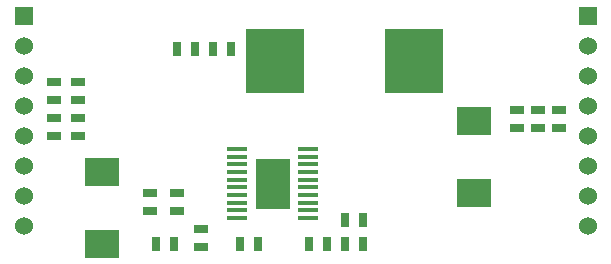
<source format=gts>
G04 (created by PCBNEW (2013-07-07 BZR 4022)-stable) date 9/14/2013 7:52:16 PM*
%MOIN*%
G04 Gerber Fmt 3.4, Leading zero omitted, Abs format*
%FSLAX34Y34*%
G01*
G70*
G90*
G04 APERTURE LIST*
%ADD10C,0.00590551*%
%ADD11R,0.192913X0.212598*%
%ADD12R,0.045X0.025*%
%ADD13R,0.025X0.045*%
%ADD14R,0.06X0.06*%
%ADD15C,0.06*%
%ADD16R,0.11811X0.165354*%
%ADD17R,0.0700787X0.0165354*%
%ADD18R,0.114173X0.0944882*%
G04 APERTURE END LIST*
G54D10*
G54D11*
X57046Y-39850D03*
X61653Y-39850D03*
G54D12*
X65800Y-41500D03*
X65800Y-42100D03*
X49650Y-41750D03*
X49650Y-42350D03*
X50450Y-41750D03*
X50450Y-42350D03*
X49650Y-40550D03*
X49650Y-41150D03*
X53750Y-44250D03*
X53750Y-44850D03*
X52850Y-44250D03*
X52850Y-44850D03*
G54D13*
X54950Y-39450D03*
X55550Y-39450D03*
G54D12*
X65100Y-41500D03*
X65100Y-42100D03*
X50450Y-40550D03*
X50450Y-41150D03*
G54D13*
X58750Y-45950D03*
X58150Y-45950D03*
X59950Y-45150D03*
X59350Y-45150D03*
X53750Y-39450D03*
X54350Y-39450D03*
G54D12*
X54550Y-46050D03*
X54550Y-45450D03*
G54D13*
X55850Y-45950D03*
X56450Y-45950D03*
X59950Y-45950D03*
X59350Y-45950D03*
G54D12*
X66500Y-41500D03*
X66500Y-42100D03*
G54D14*
X48650Y-38350D03*
G54D15*
X48650Y-39350D03*
X48650Y-40350D03*
X48650Y-41350D03*
X48650Y-42350D03*
X48650Y-43350D03*
X48650Y-44350D03*
X48650Y-45350D03*
G54D14*
X67450Y-38350D03*
G54D15*
X67450Y-39350D03*
X67450Y-40350D03*
X67450Y-41350D03*
X67450Y-42350D03*
X67450Y-43350D03*
X67450Y-44350D03*
X67450Y-45350D03*
G54D16*
X56950Y-43950D03*
G54D17*
X55780Y-42798D03*
X55780Y-43054D03*
X55780Y-43310D03*
X55780Y-43566D03*
X55780Y-43822D03*
X55780Y-44077D03*
X55780Y-44333D03*
X55780Y-44589D03*
X55780Y-44845D03*
X55780Y-45101D03*
X58119Y-45101D03*
X58119Y-44845D03*
X58119Y-44589D03*
X58119Y-44333D03*
X58119Y-44077D03*
X58119Y-43822D03*
X58119Y-43566D03*
X58119Y-43310D03*
X58119Y-43054D03*
X58119Y-42798D03*
G54D18*
X63650Y-41849D03*
X63650Y-44250D03*
X51250Y-43549D03*
X51250Y-45950D03*
G54D13*
X53650Y-45950D03*
X53050Y-45950D03*
M02*

</source>
